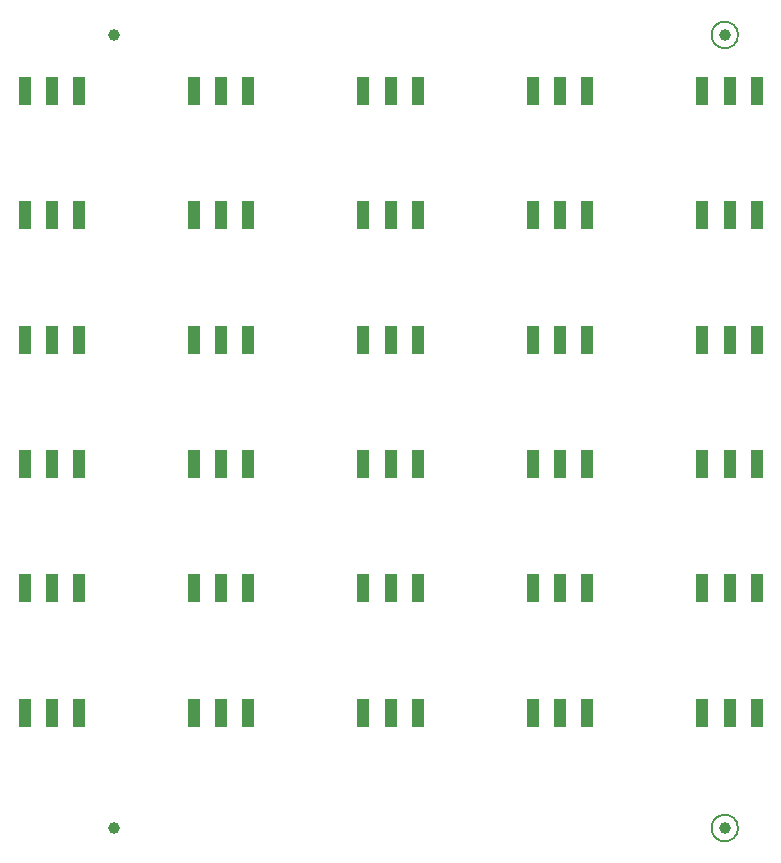
<source format=gbp>
G04*
G04 #@! TF.GenerationSoftware,Altium Limited,Altium Designer,23.5.1 (21)*
G04*
G04 Layer_Color=128*
%FSTAX25Y25*%
%MOIN*%
G70*
G04*
G04 #@! TF.SameCoordinates,755BC27C-C67A-4D62-9883-C884FE973DC9*
G04*
G04*
G04 #@! TF.FilePolarity,Positive*
G04*
G01*
G75*
%ADD10C,0.00787*%
%ADD11C,0.03937*%
%ADD32R,0.03937X0.09449*%
D10*
X0255394Y0276173D02*
G03*
X0255394Y0276173I-0004409J0D01*
G01*
Y0011811D02*
G03*
X0255394Y0011811I-0004409J0D01*
G01*
D11*
X0250985Y0276173D02*
D03*
X0047244D02*
D03*
X0250985Y0011811D02*
D03*
X0047244D02*
D03*
D32*
X0017565Y0050308D02*
D03*
X0035675D02*
D03*
X002662D02*
D03*
X0074061D02*
D03*
X0092171D02*
D03*
X0083116D02*
D03*
X0130557D02*
D03*
X0148667D02*
D03*
X0139612D02*
D03*
X0187053D02*
D03*
X0205164D02*
D03*
X0196108D02*
D03*
X0243549D02*
D03*
X026166D02*
D03*
X0252605D02*
D03*
X0017565Y0091743D02*
D03*
X0035675D02*
D03*
X002662D02*
D03*
X0074061D02*
D03*
X0092171D02*
D03*
X0083116D02*
D03*
X0130557D02*
D03*
X0148667D02*
D03*
X0139612D02*
D03*
X0187053D02*
D03*
X0205164D02*
D03*
X0196108D02*
D03*
X0243549D02*
D03*
X026166D02*
D03*
X0252605D02*
D03*
X0017565Y0133179D02*
D03*
X0035675D02*
D03*
X002662D02*
D03*
X0074061D02*
D03*
X0092171D02*
D03*
X0083116D02*
D03*
X0130557D02*
D03*
X0148667D02*
D03*
X0139612D02*
D03*
X0187053D02*
D03*
X0205164D02*
D03*
X0196108D02*
D03*
X0243549D02*
D03*
X026166D02*
D03*
X0252605D02*
D03*
X0017565Y0174615D02*
D03*
X0035675D02*
D03*
X002662D02*
D03*
X0074061D02*
D03*
X0092171D02*
D03*
X0083116D02*
D03*
X0130557D02*
D03*
X0148667D02*
D03*
X0139612D02*
D03*
X0187053D02*
D03*
X0205164D02*
D03*
X0196108D02*
D03*
X0243549D02*
D03*
X026166D02*
D03*
X0252605D02*
D03*
X0017565Y021605D02*
D03*
X0035675D02*
D03*
X002662D02*
D03*
X0074061D02*
D03*
X0092171D02*
D03*
X0083116D02*
D03*
X0130557D02*
D03*
X0148667D02*
D03*
X0139612D02*
D03*
X0187053D02*
D03*
X0205164D02*
D03*
X0196108D02*
D03*
X0243549D02*
D03*
X026166D02*
D03*
X0252605D02*
D03*
X0017565Y0257486D02*
D03*
X0035675D02*
D03*
X002662D02*
D03*
X0074061D02*
D03*
X0092171D02*
D03*
X0083116D02*
D03*
X0130557D02*
D03*
X0148667D02*
D03*
X0139612D02*
D03*
X0187053D02*
D03*
X0205164D02*
D03*
X0196108D02*
D03*
X0243549D02*
D03*
X026166D02*
D03*
X0252605D02*
D03*
M02*

</source>
